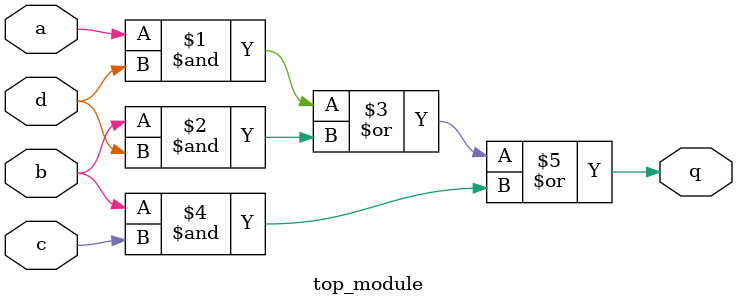
<source format=sv>
module top_module (
    input a, 
    input b, 
    input c, 
    input d,
    output q
);
    assign q = (a & d) | (b & d) | (b & c);
endmodule

</source>
